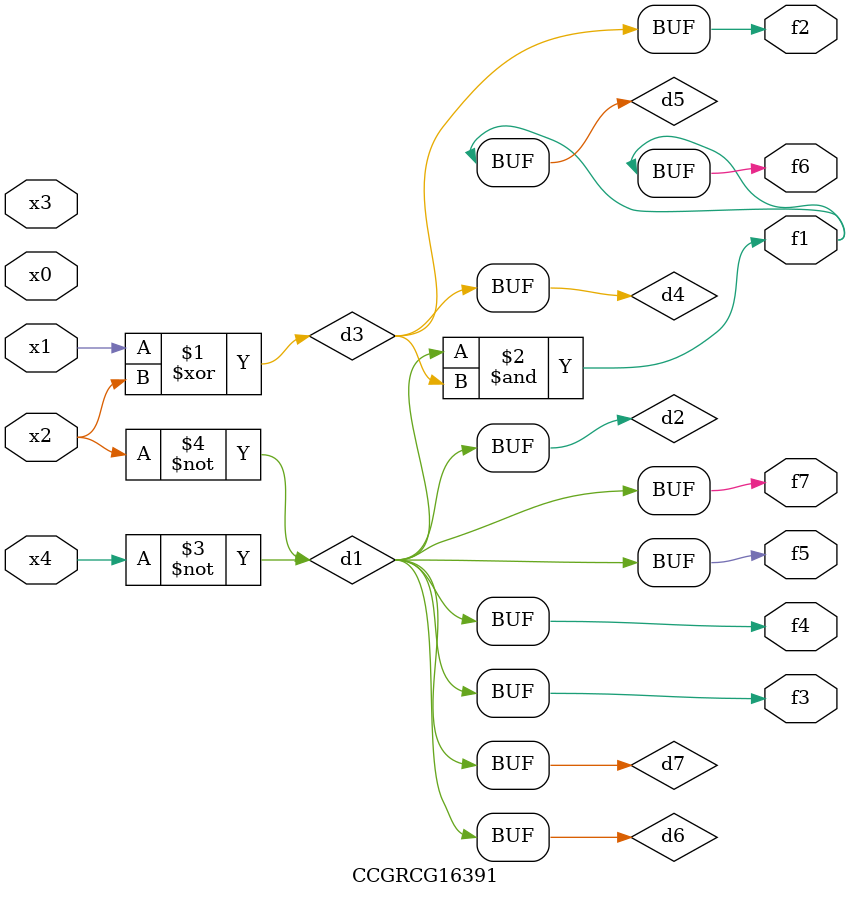
<source format=v>
module CCGRCG16391(
	input x0, x1, x2, x3, x4,
	output f1, f2, f3, f4, f5, f6, f7
);

	wire d1, d2, d3, d4, d5, d6, d7;

	not (d1, x4);
	not (d2, x2);
	xor (d3, x1, x2);
	buf (d4, d3);
	and (d5, d1, d3);
	buf (d6, d1, d2);
	buf (d7, d2);
	assign f1 = d5;
	assign f2 = d4;
	assign f3 = d7;
	assign f4 = d7;
	assign f5 = d7;
	assign f6 = d5;
	assign f7 = d7;
endmodule

</source>
